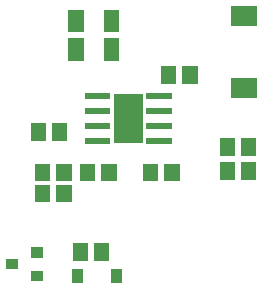
<source format=gbr>
G04 start of page 10 for group -4015 idx -4015 *
G04 Title: SFT-HW-0022, toppaste *
G04 Creator: pcb 20110918 *
G04 CreationDate: Wed 03 Dec 2014 08:27:19 PM GMT UTC *
G04 For: tgack *
G04 Format: Gerber/RS-274X *
G04 PCB-Dimensions: 150000 100000 *
G04 PCB-Coordinate-Origin: lower left *
%MOIN*%
%FSLAX25Y25*%
%LNTOPPASTE*%
%ADD62R,0.0945X0.0945*%
%ADD61R,0.0200X0.0200*%
%ADD60R,0.0340X0.0340*%
%ADD59R,0.0669X0.0669*%
%ADD58R,0.0358X0.0358*%
%ADD57R,0.0512X0.0512*%
G54D57*X61543Y15393D02*Y14607D01*
X54457Y15393D02*Y14607D01*
G54D58*X66437Y7610D02*Y6390D01*
X53563Y7610D02*Y6390D01*
G54D57*X103457Y42393D02*Y41607D01*
X110543Y42393D02*Y41607D01*
X103457Y50393D02*Y49607D01*
X110543Y50393D02*Y49607D01*
G54D59*X108016Y93508D02*X109984D01*
X108016Y69492D02*X109984D01*
G54D57*X91043Y74393D02*Y73607D01*
X83957Y74393D02*Y73607D01*
X64905Y93181D02*Y90819D01*
X53095Y93181D02*Y90819D01*
X64905Y83681D02*Y81319D01*
X53095Y83681D02*Y81319D01*
G54D60*X39700Y7000D02*X40300D01*
X39700Y14800D02*X40300D01*
X31500Y10900D02*X32100D01*
G54D61*X57000Y67000D02*X63500D01*
X57000Y62000D02*X63500D01*
X57000Y57000D02*X63500D01*
X57000Y52000D02*X63500D01*
X77500D02*X84000D01*
X77500Y57000D02*X84000D01*
X77500Y62000D02*X84000D01*
X77500Y67000D02*X84000D01*
G54D62*X70500Y63043D02*Y55957D01*
G54D57*X77957Y41893D02*Y41107D01*
X85043Y41893D02*Y41107D01*
X49043Y34893D02*Y34107D01*
X41957Y34893D02*Y34107D01*
X64043Y41893D02*Y41107D01*
X56957Y41893D02*Y41107D01*
X49043Y41893D02*Y41107D01*
X41957Y41893D02*Y41107D01*
X40457Y55393D02*Y54607D01*
X47543Y55393D02*Y54607D01*
M02*

</source>
